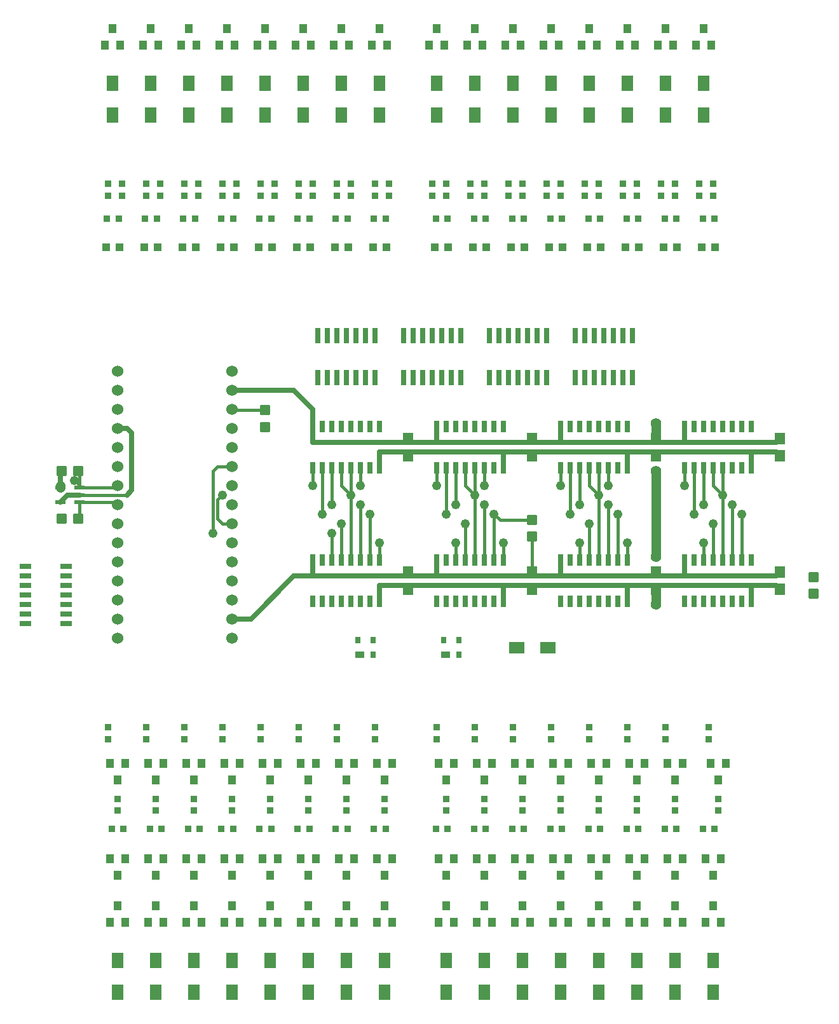
<source format=gbr>
G04 Easy-PC Gerber Version 25.0 Build 5877*
G04 #@! TF.Part,Single*
G04 #@! TF.FileFunction,Copper,L1,Top*
G04 #@! TF.FilePolarity,Positive*
%FSLAX35Y35*%
%MOIN*%
G04 #@! TA.AperFunction,SMDPad,CuDef*
%AMT145*0 Rounded Rectangle Pad at angle 0*4,1,40,-0.01750,-0.02800,0.01750,-0.02800,0.01924,-0.02785,0.02092,-0.02739,0.02250,-0.02666,0.02393,-0.02566,0.02516,-0.02443,0.02616,-0.02300,0.02690,-0.02142,0.02735,-0.01973,0.02750,-0.01800,0.02750,0.01800,0.02735,0.01974,0.02689,0.02142,0.02616,0.02300,0.02516,0.02443,0.02393,0.02566,0.02250,0.02666,0.02092,0.02740,0.01923,0.02785,0.01750,0.02800,-0.01750,0.02800,-0.01924,0.02785,-0.02092,0.02739,-0.02250,0.02666,-0.02393,0.02566,-0.02516,0.02443,-0.02616,0.02300,-0.02690,0.02142,-0.02735,0.01973,-0.02750,0.01800,-0.02750,-0.01800,-0.02735,-0.01974,-0.02689,-0.02142,-0.02616,-0.02300,-0.02516,-0.02443,-0.02393,-0.02566,-0.02250,-0.02666,-0.02092,-0.02740,-0.01923,-0.02785,-0.01750,-0.02800,0*%
%ADD145T145*%
%ADD148R,0.02500X0.08000*%
%ADD139R,0.02559X0.06102*%
%ADD143R,0.03150X0.03543*%
%ADD90R,0.03346X0.03740*%
%ADD128R,0.04000X0.04800*%
%ADD144R,0.05500X0.06000*%
%ADD147R,0.06102X0.07874*%
G04 #@! TD.AperFunction*
%ADD19C,0.01500*%
%ADD22C,0.02500*%
G04 #@! TA.AperFunction,ViaPad*
%ADD122C,0.04800*%
G04 #@! TA.AperFunction,SMDPad,CuDef*
%AMT141*0 Rounded Rectangle Pad at angle 90*4,1,40,0.02800,-0.01750,0.02800,0.01750,0.02785,0.01924,0.02739,0.02092,0.02666,0.02250,0.02566,0.02393,0.02443,0.02516,0.02300,0.02616,0.02142,0.02690,0.01973,0.02735,0.01800,0.02750,-0.01800,0.02750,-0.01974,0.02735,-0.02142,0.02689,-0.02300,0.02616,-0.02443,0.02516,-0.02566,0.02393,-0.02666,0.02250,-0.02740,0.02092,-0.02785,0.01923,-0.02800,0.01750,-0.02800,-0.01750,-0.02785,-0.01924,-0.02739,-0.02092,-0.02666,-0.02250,-0.02566,-0.02393,-0.02443,-0.02516,-0.02300,-0.02616,-0.02142,-0.02690,-0.01973,-0.02735,-0.01800,-0.02750,0.01800,-0.02750,0.01974,-0.02735,0.02142,-0.02689,0.02300,-0.02616,0.02443,-0.02516,0.02566,-0.02393,0.02666,-0.02250,0.02740,-0.02092,0.02785,-0.01923,0.02800,-0.01750,0*%
%ADD141T141*%
%ADD89R,0.05512X0.02362*%
%ADD140R,0.06016X0.02756*%
%ADD92R,0.03740X0.03346*%
%ADD142R,0.04724X0.03543*%
%ADD149R,0.04291X0.03937*%
G04 #@! TD.AperFunction*
%ADD18C,0.05000*%
G04 #@! TA.AperFunction,ViaPad*
%ADD26C,0.05600*%
G04 #@! TD.AperFunction*
%ADD25C,0.06000*%
G04 #@! TA.AperFunction,SMDPad,CuDef*
%ADD146R,0.07874X0.06102*%
G04 #@! TD.AperFunction*
X0Y0D02*
D02*
D18*
X145329Y328990D02*
Y330250D01*
X457750Y275750D02*
Y267750D01*
Y292750D02*
Y337750D01*
Y362750D02*
Y354750D01*
D02*
D19*
X155171Y321510D02*
Y313271D01*
X154650Y312750D01*
X155171Y321510D02*
X173990D01*
X175250Y320250D01*
X155171Y325250D02*
X180250D01*
X155171Y328990D02*
Y330329D01*
X152750Y332750D01*
X155171Y328990D02*
Y337229D01*
X154650Y337750D01*
X155171Y328990D02*
X173990D01*
X175250Y330250D01*
X225250Y305250D02*
Y337750D01*
X227750Y340250D01*
X235250D01*
Y310250D02*
X230250D01*
X227750Y312750D01*
Y322750D01*
X230250Y325250D01*
X252750Y369650D02*
X235850D01*
X235250Y370250D01*
X277750Y339522D02*
Y330250D01*
X282750Y315250D02*
Y339522D01*
X287750Y290978D02*
Y305250D01*
Y339522D02*
Y320250D01*
X292750Y310250D02*
Y290978D01*
Y339522D02*
Y330250D01*
X297750Y325250D01*
Y290978D02*
Y325250D01*
Y339522D02*
Y325250D01*
X302750Y290978D02*
Y320250D01*
Y339522D02*
Y330250D01*
X307750Y290978D02*
Y315250D01*
X312750Y300250D02*
Y290978D01*
X342750Y330250D02*
Y339522D01*
X347750D02*
Y315250D01*
X352750Y290978D02*
Y300250D01*
Y339522D02*
Y320250D01*
X357750Y290978D02*
Y310250D01*
Y339522D02*
Y330250D01*
X362750Y325250D01*
Y290978D02*
Y325250D01*
Y339522D02*
Y325250D01*
X367750Y290978D02*
Y320250D01*
Y339522D02*
Y330250D01*
X372750Y290978D02*
Y315250D01*
X377750Y300250D02*
Y290978D01*
X392750Y284750D02*
Y303350D01*
Y312150D02*
X375850D01*
X372750Y315250D01*
X407750Y330250D02*
Y339522D01*
X412750D02*
Y315250D01*
X417750Y290978D02*
Y300250D01*
Y339522D02*
Y320250D01*
X422750Y290978D02*
Y310250D01*
Y339522D02*
Y330250D01*
X427750Y325250D01*
Y290978D02*
Y325250D01*
Y339522D02*
Y325250D01*
X432750Y290978D02*
Y320250D01*
Y339522D02*
Y330250D01*
X437750Y290978D02*
Y315250D01*
X442750Y300250D02*
Y290978D01*
X472750Y330250D02*
Y339522D01*
X477750D02*
Y315250D01*
X482750Y290978D02*
Y300250D01*
Y339522D02*
Y320250D01*
X487750Y290978D02*
Y310250D01*
Y339522D02*
Y330250D01*
X492750Y325250D01*
Y290978D02*
Y325250D01*
Y339522D01*
X497750Y320250D02*
Y290978D01*
X502750D02*
Y315250D01*
D02*
D22*
X145329Y330250D02*
Y337229D01*
X145850Y337750D01*
X155171Y325250D02*
X149069D01*
X145329Y321510D01*
X180250Y325250D02*
X182750Y327750D01*
Y357750D01*
X180250Y360250D01*
X175250D01*
X277750Y282750D02*
X267750D01*
X245250Y260250D01*
X235250D01*
X277750Y282750D02*
X342750D01*
X277750Y290978D02*
Y282750D01*
Y360978D02*
Y370250D01*
X267750Y380250D01*
X235250D01*
X277750Y360978D02*
Y352750D01*
X342750D01*
X312750Y269522D02*
Y277750D01*
X377750D01*
X342750Y282750D02*
X407750D01*
X342750Y290978D02*
Y282750D01*
Y352750D02*
X407750D01*
X342750Y360978D02*
Y352750D01*
X377750Y269522D02*
Y277750D01*
X442750D01*
X377750Y339522D02*
Y347750D01*
X312750D01*
Y339522D01*
X407750Y282750D02*
X472750D01*
X407750Y290978D02*
Y282750D01*
Y352750D02*
X472750D01*
X407750Y360978D02*
Y352750D01*
X442750Y269522D02*
Y277750D01*
X507750D01*
X442750Y339522D02*
Y347750D01*
X377750D01*
X472750Y282750D02*
X520750D01*
X522750Y284750D01*
X472750Y282750D02*
Y290978D01*
Y352750D02*
X520750D01*
X522750Y354750D01*
X472750Y352750D02*
Y360978D01*
X507750Y277750D02*
X520750D01*
X522750Y275750D01*
X507750Y277750D02*
Y269522D01*
Y339522D02*
Y347750D01*
X520750D01*
X522750Y345750D01*
X507750Y347750D02*
X442750D01*
D02*
D25*
X175250Y250250D03*
Y260250D03*
Y270250D03*
Y280250D03*
Y290250D03*
Y300250D03*
Y310250D03*
Y320250D03*
Y330250D03*
Y340250D03*
Y350250D03*
Y360250D03*
Y370250D03*
Y380250D03*
Y390250D03*
X235250Y250250D03*
Y260250D03*
Y270250D03*
Y280250D03*
Y290250D03*
Y300250D03*
Y310250D03*
Y320250D03*
Y330250D03*
Y340250D03*
Y350250D03*
Y360250D03*
Y370250D03*
Y380250D03*
Y390250D03*
D02*
D26*
X457750Y267750D03*
Y292750D03*
Y337750D03*
Y362750D03*
D02*
D89*
X145329Y321510D03*
Y328990D03*
X155171Y321510D03*
Y325250D03*
Y328990D03*
D02*
D90*
X169600Y470250D03*
X172100Y150250D03*
X175900Y470250D03*
X178400Y150250D03*
X189600Y470250D03*
X192100Y150250D03*
X195900Y470250D03*
X198400Y150250D03*
X209600Y470250D03*
X212100Y150250D03*
X215900Y470250D03*
X218400Y150250D03*
X229600D03*
Y470250D03*
X235900Y150250D03*
Y470250D03*
X249600Y150250D03*
Y470250D03*
X255900Y150250D03*
Y470250D03*
X269600Y150250D03*
Y470250D03*
X275900Y150250D03*
Y470250D03*
X289600Y150250D03*
Y470250D03*
X295900Y150250D03*
Y470250D03*
X309600Y150250D03*
Y470250D03*
X315900Y150250D03*
Y470250D03*
X342100Y150250D03*
Y470250D03*
X348400Y150250D03*
Y470250D03*
X362100Y150250D03*
Y470250D03*
X368400Y150250D03*
Y470250D03*
X382100Y150250D03*
Y470250D03*
X388400Y150250D03*
Y470250D03*
X402100Y150250D03*
Y470250D03*
X408400Y150250D03*
Y470250D03*
X422100Y150250D03*
Y470250D03*
X428400Y150250D03*
Y470250D03*
X442100Y150250D03*
Y470250D03*
X448400Y150250D03*
Y470250D03*
X462100Y150250D03*
Y470250D03*
X468400Y150250D03*
Y470250D03*
X482100Y150250D03*
Y470250D03*
X488400Y150250D03*
Y470250D03*
D02*
D92*
X170250Y197100D03*
Y203400D03*
Y482100D03*
Y488400D03*
X175250Y159600D03*
Y165900D03*
X177750Y482100D03*
Y488400D03*
X190250Y197100D03*
Y203400D03*
Y482100D03*
Y488400D03*
X195250Y159600D03*
Y165900D03*
X197750Y482100D03*
Y488400D03*
X210250Y197100D03*
Y203400D03*
Y482100D03*
Y488400D03*
X215250Y159600D03*
Y165900D03*
X217750Y482100D03*
Y488400D03*
X230250Y197100D03*
Y203400D03*
Y482100D03*
Y488400D03*
X235250Y159600D03*
Y165900D03*
X237750Y482100D03*
Y488400D03*
X250250Y197100D03*
Y203400D03*
Y482100D03*
Y488400D03*
X255250Y159600D03*
Y165900D03*
X257750Y482100D03*
Y488400D03*
X270250Y197100D03*
Y203400D03*
Y482100D03*
Y488400D03*
X275250Y159600D03*
Y165900D03*
X277750Y482100D03*
Y488400D03*
X290250Y197100D03*
Y203400D03*
Y482100D03*
Y488400D03*
X295250Y159600D03*
Y165900D03*
X297750Y482100D03*
Y488400D03*
X310250Y197100D03*
Y203400D03*
Y482100D03*
Y488400D03*
X315250Y159600D03*
Y165900D03*
X317750Y482100D03*
Y488400D03*
X340250Y482100D03*
Y488400D03*
X342750Y197100D03*
Y203400D03*
X347750Y159600D03*
Y165900D03*
Y482100D03*
Y488400D03*
X360250Y482100D03*
Y488400D03*
X362750Y197100D03*
Y203400D03*
X367750Y159600D03*
Y165900D03*
Y482100D03*
Y488400D03*
X380250Y482100D03*
Y488400D03*
X382750Y197100D03*
Y203400D03*
X387750Y159600D03*
Y165900D03*
Y482100D03*
Y488400D03*
X400250Y482100D03*
Y488400D03*
X402750Y197100D03*
Y203400D03*
X407750Y159600D03*
Y165900D03*
Y482100D03*
Y488400D03*
X420250Y482100D03*
Y488400D03*
X422750Y197100D03*
Y203400D03*
X427750Y159600D03*
Y165900D03*
Y482100D03*
Y488400D03*
X440250Y482100D03*
Y488400D03*
X442750Y197100D03*
Y203400D03*
X447750Y159600D03*
Y165900D03*
Y482100D03*
Y488400D03*
X460250Y482100D03*
Y488400D03*
X462750Y197100D03*
Y203400D03*
X467750Y159600D03*
Y165900D03*
Y482100D03*
Y488400D03*
X480250Y482100D03*
Y488400D03*
X485250Y197100D03*
Y203400D03*
X487750Y482100D03*
Y488400D03*
X490250Y159600D03*
Y165900D03*
D02*
D122*
X152750Y332750D03*
X225250Y305250D03*
X230250Y325250D03*
X277750Y330250D03*
X282750Y315250D03*
X287750Y305250D03*
Y320250D03*
X292750Y310250D03*
X297750Y325250D03*
X302750Y320250D03*
Y330250D03*
X307750Y315250D03*
X312750Y300250D03*
X342750Y330250D03*
X347750Y315250D03*
X352750Y300250D03*
Y320250D03*
X357750Y310250D03*
X362750Y325250D03*
X367750Y320250D03*
Y330250D03*
X372750Y315250D03*
X377750Y300250D03*
X407750Y330250D03*
X412750Y315250D03*
X417750Y300250D03*
Y320250D03*
X422750Y310250D03*
X427750Y325250D03*
X432750Y320250D03*
Y330250D03*
X437750Y315250D03*
X442750Y300250D03*
X472750Y330250D03*
X477750Y315250D03*
X482750Y300250D03*
Y320250D03*
X487750Y310250D03*
X492750Y325250D03*
X497750Y320250D03*
X502750Y315250D03*
D02*
D128*
X168750Y560950D03*
X171250Y100950D03*
Y134550D03*
Y184550D03*
X172750Y569650D03*
X175250Y109650D03*
Y125850D03*
Y175850D03*
X176750Y560950D03*
X179250Y100950D03*
Y134550D03*
Y184550D03*
X188750Y560950D03*
X191250Y100950D03*
Y134550D03*
Y184550D03*
X192750Y569650D03*
X195250Y109650D03*
Y125850D03*
Y175850D03*
X196750Y560950D03*
X199250Y100950D03*
Y134550D03*
Y184550D03*
X208750Y560950D03*
X211250Y100950D03*
Y134550D03*
Y184550D03*
X212750Y569650D03*
X215250Y109650D03*
Y125850D03*
Y175850D03*
X216750Y560950D03*
X219250Y100950D03*
Y134550D03*
Y184550D03*
X228750Y560950D03*
X231250Y100950D03*
Y134550D03*
Y184550D03*
X232750Y569650D03*
X235250Y109650D03*
Y125850D03*
Y175850D03*
X236750Y560950D03*
X239250Y100950D03*
Y134550D03*
Y184550D03*
X248750Y560950D03*
X251250Y100950D03*
Y134550D03*
Y184550D03*
X252750Y569650D03*
X255250Y109650D03*
Y125850D03*
Y175850D03*
X256750Y560950D03*
X259250Y100950D03*
Y134550D03*
Y184550D03*
X268750Y560950D03*
X271250Y100950D03*
Y134550D03*
Y184550D03*
X272750Y569650D03*
X275250Y109650D03*
Y125850D03*
Y175850D03*
X276750Y560950D03*
X279250Y100950D03*
Y134550D03*
Y184550D03*
X288750Y560950D03*
X291250Y100950D03*
Y134550D03*
Y184550D03*
X292750Y569650D03*
X295250Y109650D03*
Y125850D03*
Y175850D03*
X296750Y560950D03*
X299250Y100950D03*
Y134550D03*
Y184550D03*
X308750Y560950D03*
X311250Y100950D03*
Y134550D03*
Y184550D03*
X312750Y569650D03*
X315250Y109650D03*
Y125850D03*
Y175850D03*
X316750Y560950D03*
X319250Y100950D03*
Y134550D03*
Y184550D03*
X338750Y560950D03*
X342750Y569650D03*
X343750Y100950D03*
Y134550D03*
Y184550D03*
X346750Y560950D03*
X347750Y109650D03*
Y125850D03*
Y175850D03*
X351750Y100950D03*
Y134550D03*
Y184550D03*
X358750Y560950D03*
X362750Y569650D03*
X363750Y100950D03*
Y134550D03*
Y184550D03*
X366750Y560950D03*
X367750Y109650D03*
Y125850D03*
Y175850D03*
X371750Y100950D03*
Y134550D03*
Y184550D03*
X378750Y560950D03*
X382750Y569650D03*
X383750Y100950D03*
Y134550D03*
Y184550D03*
X386750Y560950D03*
X387750Y109650D03*
Y125850D03*
Y175850D03*
X391750Y100950D03*
Y134550D03*
Y184550D03*
X398750Y560950D03*
X402750Y569650D03*
X403750Y100950D03*
Y134550D03*
Y184550D03*
X406750Y560950D03*
X407750Y109650D03*
Y125850D03*
Y175850D03*
X411750Y100950D03*
Y134550D03*
Y184550D03*
X418750Y560950D03*
X422750Y569650D03*
X423750Y100950D03*
Y134550D03*
Y184550D03*
X426750Y560950D03*
X427750Y109650D03*
Y125850D03*
Y175850D03*
X431750Y100950D03*
Y134550D03*
Y184550D03*
X438750Y560950D03*
X442750Y569650D03*
X443750Y100950D03*
Y134550D03*
Y184550D03*
X446750Y560950D03*
X447750Y109650D03*
Y125850D03*
Y175850D03*
X451750Y100950D03*
Y134550D03*
Y184550D03*
X458750Y560950D03*
X462750Y569650D03*
X463750Y100950D03*
Y134550D03*
Y184550D03*
X466750Y560950D03*
X467750Y109650D03*
Y125850D03*
Y175850D03*
X471750Y100950D03*
Y134550D03*
Y184550D03*
X478750Y560950D03*
X482750Y569650D03*
X483750Y100950D03*
Y134550D03*
X486250Y184550D03*
X486750Y560950D03*
X487750Y109650D03*
Y125850D03*
X490250Y175850D03*
X491750Y100950D03*
Y134550D03*
X494250Y184550D03*
D02*
D139*
X277750Y269522D03*
Y290978D03*
Y339522D03*
Y360978D03*
X282750Y269522D03*
Y290978D03*
Y339522D03*
Y360978D03*
X287750Y269522D03*
Y290978D03*
Y339522D03*
Y360978D03*
X292750Y269522D03*
Y290978D03*
Y339522D03*
Y360978D03*
X297750Y269522D03*
Y290978D03*
Y339522D03*
Y360978D03*
X302750Y269522D03*
Y290978D03*
Y339522D03*
Y360978D03*
X307750Y269522D03*
Y290978D03*
Y339522D03*
Y360978D03*
X312750Y269522D03*
Y290978D03*
Y339522D03*
Y360978D03*
X342750Y269522D03*
Y290978D03*
Y339522D03*
Y360978D03*
X347750Y269522D03*
Y290978D03*
Y339522D03*
Y360978D03*
X352750Y269522D03*
Y290978D03*
Y339522D03*
Y360978D03*
X357750Y269522D03*
Y290978D03*
Y339522D03*
Y360978D03*
X362750Y269522D03*
Y290978D03*
Y339522D03*
Y360978D03*
X367750Y269522D03*
Y290978D03*
Y339522D03*
Y360978D03*
X372750Y269522D03*
Y290978D03*
Y339522D03*
Y360978D03*
X377750Y269522D03*
Y290978D03*
Y339522D03*
Y360978D03*
X407750Y269522D03*
Y290978D03*
Y339522D03*
Y360978D03*
X412750Y269522D03*
Y290978D03*
Y339522D03*
Y360978D03*
X417750Y269522D03*
Y290978D03*
Y339522D03*
Y360978D03*
X422750Y269522D03*
Y290978D03*
Y339522D03*
Y360978D03*
X427750Y269522D03*
Y290978D03*
Y339522D03*
Y360978D03*
X432750Y269522D03*
Y290978D03*
Y339522D03*
Y360978D03*
X437750Y269522D03*
Y290978D03*
Y339522D03*
Y360978D03*
X442750Y269522D03*
Y290978D03*
Y339522D03*
Y360978D03*
X472750Y269522D03*
Y290978D03*
Y339522D03*
Y360978D03*
X477750Y269522D03*
Y290978D03*
Y339522D03*
Y360978D03*
X482750Y269522D03*
Y290978D03*
Y339522D03*
Y360978D03*
X487750Y269522D03*
Y290978D03*
Y339522D03*
Y360978D03*
X492750Y269522D03*
Y290978D03*
Y339522D03*
Y360978D03*
X497750Y269522D03*
Y290978D03*
Y339522D03*
Y360978D03*
X502750Y269522D03*
Y290978D03*
Y339522D03*
Y360978D03*
X507750Y269522D03*
Y290978D03*
Y339522D03*
Y360978D03*
D02*
D140*
X127077Y257750D03*
Y262750D03*
Y267750D03*
Y272750D03*
Y277750D03*
Y282750D03*
Y287750D03*
X148423Y257750D03*
Y262750D03*
Y267750D03*
Y272750D03*
Y277750D03*
Y282750D03*
Y287750D03*
D02*
D141*
X252750Y360850D03*
Y369650D03*
X392750Y303350D03*
Y312150D03*
X540250Y273350D03*
Y282150D03*
D02*
D142*
X302100Y241313D03*
X347100D03*
D02*
D143*
X301313Y249187D03*
X309187Y241313D03*
Y249187D03*
X346313D03*
X354187Y241313D03*
Y249187D03*
D02*
D144*
X327750Y275750D03*
Y284750D03*
Y345750D03*
Y354750D03*
X392750Y275750D03*
Y284750D03*
Y345750D03*
Y354750D03*
X457750Y275750D03*
Y284750D03*
Y345750D03*
Y354750D03*
X522750Y275750D03*
Y284750D03*
Y345750D03*
Y354750D03*
D02*
D145*
X145850Y312750D03*
Y337750D03*
X154650Y312750D03*
Y337750D03*
D02*
D146*
X384482Y245250D03*
X401018D03*
D02*
D147*
X172750Y524482D03*
Y541018D03*
X175250Y64482D03*
Y81018D03*
X192750Y524482D03*
Y541018D03*
X195250Y64482D03*
Y81018D03*
X212750Y524482D03*
Y541018D03*
X215250Y64482D03*
Y81018D03*
X232750Y524482D03*
Y541018D03*
X235250Y64482D03*
Y81018D03*
X252750Y524482D03*
Y541018D03*
X255250Y64482D03*
Y81018D03*
X272750Y524482D03*
Y541018D03*
X275250Y64482D03*
Y81018D03*
X292750Y524482D03*
Y541018D03*
X295250Y64482D03*
Y81018D03*
X312750Y524482D03*
Y541018D03*
X315250Y64482D03*
Y81018D03*
X342750Y524482D03*
Y541018D03*
X347750Y64482D03*
Y81018D03*
X362750Y524482D03*
Y541018D03*
X367750Y64482D03*
Y81018D03*
X382750Y524482D03*
Y541018D03*
X387750Y64482D03*
Y81018D03*
X402750Y524482D03*
Y541018D03*
X407750Y64482D03*
Y81018D03*
X422750Y524482D03*
Y541018D03*
X427750Y64482D03*
Y81018D03*
X442750Y524482D03*
Y541018D03*
X447750Y64482D03*
Y81018D03*
X462750Y524482D03*
Y541018D03*
X467750Y64482D03*
Y81018D03*
X482750Y524482D03*
Y541018D03*
X487750Y64482D03*
Y81018D03*
D02*
D148*
X280250Y386750D03*
Y408750D03*
X285250Y386750D03*
Y408750D03*
X290250Y386750D03*
Y408750D03*
X295250Y386750D03*
Y408750D03*
X300250Y386750D03*
Y408750D03*
X305250Y386750D03*
Y408750D03*
X310250Y386750D03*
Y408750D03*
X325250Y386750D03*
Y408750D03*
X330250Y386750D03*
Y408750D03*
X335250Y386750D03*
Y408750D03*
X340250Y386750D03*
Y408750D03*
X345250Y386750D03*
Y408750D03*
X350250Y386750D03*
Y408750D03*
X355250Y386750D03*
Y408750D03*
X370250Y386750D03*
Y408750D03*
X375250Y386750D03*
Y408750D03*
X380250Y386750D03*
Y408750D03*
X385250Y386750D03*
Y408750D03*
X390250Y386750D03*
Y408750D03*
X395250Y386750D03*
Y408750D03*
X400250Y386750D03*
Y408750D03*
X415250Y386750D03*
Y408750D03*
X420250Y386750D03*
Y408750D03*
X425250Y386750D03*
Y408750D03*
X430250Y386750D03*
Y408750D03*
X435250Y386750D03*
Y408750D03*
X440250Y386750D03*
Y408750D03*
X445250Y386750D03*
Y408750D03*
D02*
D149*
X169250Y455250D03*
X176250D03*
X189250D03*
X196250D03*
X209250D03*
X216250D03*
X229250D03*
X236250D03*
X249250D03*
X256250D03*
X269250D03*
X276250D03*
X289250D03*
X296250D03*
X309250D03*
X316250D03*
X341750D03*
X348750D03*
X361750D03*
X368750D03*
X381750D03*
X388750D03*
X401750D03*
X408750D03*
X421750D03*
X428750D03*
X441750D03*
X448750D03*
X461750D03*
X468750D03*
X481750D03*
X488750D03*
X0Y0D02*
M02*

</source>
